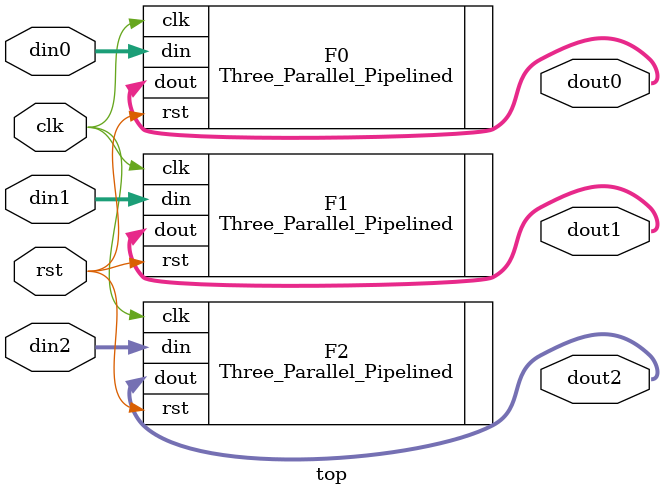
<source format=sv>
module top (
    input logic clk,               // Clock signal
    input logic rst,               // Reset signal
    input logic signed [15:0] din0, // Input sample
    input logic signed [15:0] din1, // Input sample
    input logic signed [15:0] din2, // Input sample
    output logic signed [63:0] dout0, // Filtered output
    output logic signed [63:0] dout1, // Filtered output
    output logic signed [63:0] dout2 // Filtered output
);
    Three_Parallel_Pipelined F0 (
        .clk(clk),
        .rst(rst),
        .din(din0),
        .dout(dout0)
    );

    Three_Parallel_Pipelined F1 (
        .clk(clk),
        .rst(rst),
        .din(din1),
        .dout(dout1)
    );

    Three_Parallel_Pipelined F2 (
        .clk(clk),
        .rst(rst),
        .din(din2),
        .dout(dout2)
    );

endmodule
</source>
